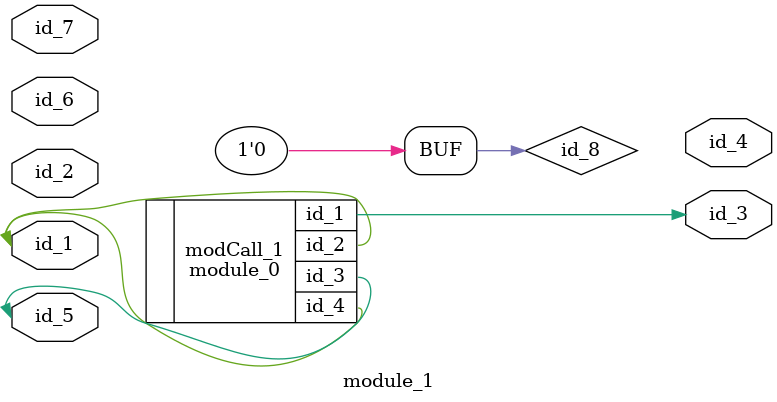
<source format=v>
module module_0 (
    id_1,
    id_2,
    id_3,
    id_4
);
  inout wire id_4;
  output wire id_3;
  output wire id_2;
  output wire id_1;
  wire id_5;
  assign id_2 = 1;
endmodule
module module_1 (
    id_1,
    id_2,
    id_3,
    id_4,
    id_5,
    id_6,
    id_7
);
  input wire id_7;
  input wire id_6;
  inout wire id_5;
  output wire id_4;
  output wire id_3;
  inout wire id_2;
  inout wire id_1;
  wor id_8 = 1'h0;
  module_0 modCall_1 (
      id_3,
      id_1,
      id_5,
      id_1
  );
endmodule

</source>
